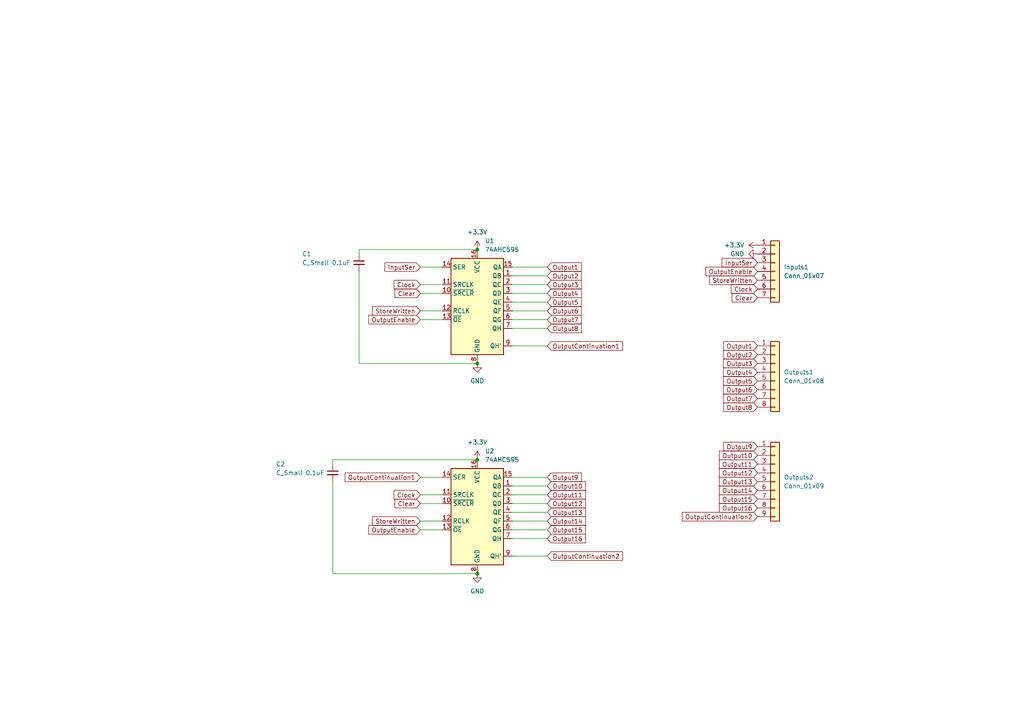
<source format=kicad_sch>
(kicad_sch (version 20230121) (generator eeschema)

  (uuid 33c18695-af67-4dec-a71b-72e9af012bd4)

  (paper "A4")

  (lib_symbols
    (symbol "74xx:74AHC595" (in_bom yes) (on_board yes)
      (property "Reference" "U" (at -7.62 13.97 0)
        (effects (font (size 1.27 1.27)))
      )
      (property "Value" "74AHC595" (at -7.62 -16.51 0)
        (effects (font (size 1.27 1.27)))
      )
      (property "Footprint" "" (at 0 0 0)
        (effects (font (size 1.27 1.27)) hide)
      )
      (property "Datasheet" "https://assets.nexperia.com/documents/data-sheet/74AHC_AHCT595.pdf" (at 0 0 0)
        (effects (font (size 1.27 1.27)) hide)
      )
      (property "ki_keywords" "AHCMOS SR 3State" (at 0 0 0)
        (effects (font (size 1.27 1.27)) hide)
      )
      (property "ki_description" "8-bit serial in/out Shift Register 3-State Outputs" (at 0 0 0)
        (effects (font (size 1.27 1.27)) hide)
      )
      (property "ki_fp_filters" "DIP*W7.62mm* SOIC*3.9x9.9mm*P1.27mm* TSSOP*4.4x5mm*P0.65mm* SOIC*5.3x10.2mm*P1.27mm* SOIC*7.5x10.3mm*P1.27mm*" (at 0 0 0)
        (effects (font (size 1.27 1.27)) hide)
      )
      (symbol "74AHC595_1_0"
        (pin tri_state line (at 10.16 7.62 180) (length 2.54)
          (name "QB" (effects (font (size 1.27 1.27))))
          (number "1" (effects (font (size 1.27 1.27))))
        )
        (pin input line (at -10.16 2.54 0) (length 2.54)
          (name "~{SRCLR}" (effects (font (size 1.27 1.27))))
          (number "10" (effects (font (size 1.27 1.27))))
        )
        (pin input line (at -10.16 5.08 0) (length 2.54)
          (name "SRCLK" (effects (font (size 1.27 1.27))))
          (number "11" (effects (font (size 1.27 1.27))))
        )
        (pin input line (at -10.16 -2.54 0) (length 2.54)
          (name "RCLK" (effects (font (size 1.27 1.27))))
          (number "12" (effects (font (size 1.27 1.27))))
        )
        (pin input line (at -10.16 -5.08 0) (length 2.54)
          (name "~{OE}" (effects (font (size 1.27 1.27))))
          (number "13" (effects (font (size 1.27 1.27))))
        )
        (pin input line (at -10.16 10.16 0) (length 2.54)
          (name "SER" (effects (font (size 1.27 1.27))))
          (number "14" (effects (font (size 1.27 1.27))))
        )
        (pin tri_state line (at 10.16 10.16 180) (length 2.54)
          (name "QA" (effects (font (size 1.27 1.27))))
          (number "15" (effects (font (size 1.27 1.27))))
        )
        (pin power_in line (at 0 15.24 270) (length 2.54)
          (name "VCC" (effects (font (size 1.27 1.27))))
          (number "16" (effects (font (size 1.27 1.27))))
        )
        (pin tri_state line (at 10.16 5.08 180) (length 2.54)
          (name "QC" (effects (font (size 1.27 1.27))))
          (number "2" (effects (font (size 1.27 1.27))))
        )
        (pin tri_state line (at 10.16 2.54 180) (length 2.54)
          (name "QD" (effects (font (size 1.27 1.27))))
          (number "3" (effects (font (size 1.27 1.27))))
        )
        (pin tri_state line (at 10.16 0 180) (length 2.54)
          (name "QE" (effects (font (size 1.27 1.27))))
          (number "4" (effects (font (size 1.27 1.27))))
        )
        (pin tri_state line (at 10.16 -2.54 180) (length 2.54)
          (name "QF" (effects (font (size 1.27 1.27))))
          (number "5" (effects (font (size 1.27 1.27))))
        )
        (pin tri_state line (at 10.16 -5.08 180) (length 2.54)
          (name "QG" (effects (font (size 1.27 1.27))))
          (number "6" (effects (font (size 1.27 1.27))))
        )
        (pin tri_state line (at 10.16 -7.62 180) (length 2.54)
          (name "QH" (effects (font (size 1.27 1.27))))
          (number "7" (effects (font (size 1.27 1.27))))
        )
        (pin power_in line (at 0 -17.78 90) (length 2.54)
          (name "GND" (effects (font (size 1.27 1.27))))
          (number "8" (effects (font (size 1.27 1.27))))
        )
        (pin output line (at 10.16 -12.7 180) (length 2.54)
          (name "QH'" (effects (font (size 1.27 1.27))))
          (number "9" (effects (font (size 1.27 1.27))))
        )
      )
      (symbol "74AHC595_1_1"
        (rectangle (start -7.62 12.7) (end 7.62 -15.24)
          (stroke (width 0.254) (type default))
          (fill (type background))
        )
      )
    )
    (symbol "Connector_Generic:Conn_01x07" (pin_names (offset 1.016) hide) (in_bom yes) (on_board yes)
      (property "Reference" "J" (at 0 10.16 0)
        (effects (font (size 1.27 1.27)))
      )
      (property "Value" "Conn_01x07" (at 0 -10.16 0)
        (effects (font (size 1.27 1.27)))
      )
      (property "Footprint" "" (at 0 0 0)
        (effects (font (size 1.27 1.27)) hide)
      )
      (property "Datasheet" "~" (at 0 0 0)
        (effects (font (size 1.27 1.27)) hide)
      )
      (property "ki_keywords" "connector" (at 0 0 0)
        (effects (font (size 1.27 1.27)) hide)
      )
      (property "ki_description" "Generic connector, single row, 01x07, script generated (kicad-library-utils/schlib/autogen/connector/)" (at 0 0 0)
        (effects (font (size 1.27 1.27)) hide)
      )
      (property "ki_fp_filters" "Connector*:*_1x??_*" (at 0 0 0)
        (effects (font (size 1.27 1.27)) hide)
      )
      (symbol "Conn_01x07_1_1"
        (rectangle (start -1.27 -7.493) (end 0 -7.747)
          (stroke (width 0.1524) (type default))
          (fill (type none))
        )
        (rectangle (start -1.27 -4.953) (end 0 -5.207)
          (stroke (width 0.1524) (type default))
          (fill (type none))
        )
        (rectangle (start -1.27 -2.413) (end 0 -2.667)
          (stroke (width 0.1524) (type default))
          (fill (type none))
        )
        (rectangle (start -1.27 0.127) (end 0 -0.127)
          (stroke (width 0.1524) (type default))
          (fill (type none))
        )
        (rectangle (start -1.27 2.667) (end 0 2.413)
          (stroke (width 0.1524) (type default))
          (fill (type none))
        )
        (rectangle (start -1.27 5.207) (end 0 4.953)
          (stroke (width 0.1524) (type default))
          (fill (type none))
        )
        (rectangle (start -1.27 7.747) (end 0 7.493)
          (stroke (width 0.1524) (type default))
          (fill (type none))
        )
        (rectangle (start -1.27 8.89) (end 1.27 -8.89)
          (stroke (width 0.254) (type default))
          (fill (type background))
        )
        (pin passive line (at -5.08 7.62 0) (length 3.81)
          (name "Pin_1" (effects (font (size 1.27 1.27))))
          (number "1" (effects (font (size 1.27 1.27))))
        )
        (pin passive line (at -5.08 5.08 0) (length 3.81)
          (name "Pin_2" (effects (font (size 1.27 1.27))))
          (number "2" (effects (font (size 1.27 1.27))))
        )
        (pin passive line (at -5.08 2.54 0) (length 3.81)
          (name "Pin_3" (effects (font (size 1.27 1.27))))
          (number "3" (effects (font (size 1.27 1.27))))
        )
        (pin passive line (at -5.08 0 0) (length 3.81)
          (name "Pin_4" (effects (font (size 1.27 1.27))))
          (number "4" (effects (font (size 1.27 1.27))))
        )
        (pin passive line (at -5.08 -2.54 0) (length 3.81)
          (name "Pin_5" (effects (font (size 1.27 1.27))))
          (number "5" (effects (font (size 1.27 1.27))))
        )
        (pin passive line (at -5.08 -5.08 0) (length 3.81)
          (name "Pin_6" (effects (font (size 1.27 1.27))))
          (number "6" (effects (font (size 1.27 1.27))))
        )
        (pin passive line (at -5.08 -7.62 0) (length 3.81)
          (name "Pin_7" (effects (font (size 1.27 1.27))))
          (number "7" (effects (font (size 1.27 1.27))))
        )
      )
    )
    (symbol "Connector_Generic:Conn_01x08" (pin_names (offset 1.016) hide) (in_bom yes) (on_board yes)
      (property "Reference" "J" (at 0 10.16 0)
        (effects (font (size 1.27 1.27)))
      )
      (property "Value" "Conn_01x08" (at 0 -12.7 0)
        (effects (font (size 1.27 1.27)))
      )
      (property "Footprint" "" (at 0 0 0)
        (effects (font (size 1.27 1.27)) hide)
      )
      (property "Datasheet" "~" (at 0 0 0)
        (effects (font (size 1.27 1.27)) hide)
      )
      (property "ki_keywords" "connector" (at 0 0 0)
        (effects (font (size 1.27 1.27)) hide)
      )
      (property "ki_description" "Generic connector, single row, 01x08, script generated (kicad-library-utils/schlib/autogen/connector/)" (at 0 0 0)
        (effects (font (size 1.27 1.27)) hide)
      )
      (property "ki_fp_filters" "Connector*:*_1x??_*" (at 0 0 0)
        (effects (font (size 1.27 1.27)) hide)
      )
      (symbol "Conn_01x08_1_1"
        (rectangle (start -1.27 -10.033) (end 0 -10.287)
          (stroke (width 0.1524) (type default))
          (fill (type none))
        )
        (rectangle (start -1.27 -7.493) (end 0 -7.747)
          (stroke (width 0.1524) (type default))
          (fill (type none))
        )
        (rectangle (start -1.27 -4.953) (end 0 -5.207)
          (stroke (width 0.1524) (type default))
          (fill (type none))
        )
        (rectangle (start -1.27 -2.413) (end 0 -2.667)
          (stroke (width 0.1524) (type default))
          (fill (type none))
        )
        (rectangle (start -1.27 0.127) (end 0 -0.127)
          (stroke (width 0.1524) (type default))
          (fill (type none))
        )
        (rectangle (start -1.27 2.667) (end 0 2.413)
          (stroke (width 0.1524) (type default))
          (fill (type none))
        )
        (rectangle (start -1.27 5.207) (end 0 4.953)
          (stroke (width 0.1524) (type default))
          (fill (type none))
        )
        (rectangle (start -1.27 7.747) (end 0 7.493)
          (stroke (width 0.1524) (type default))
          (fill (type none))
        )
        (rectangle (start -1.27 8.89) (end 1.27 -11.43)
          (stroke (width 0.254) (type default))
          (fill (type background))
        )
        (pin passive line (at -5.08 7.62 0) (length 3.81)
          (name "Pin_1" (effects (font (size 1.27 1.27))))
          (number "1" (effects (font (size 1.27 1.27))))
        )
        (pin passive line (at -5.08 5.08 0) (length 3.81)
          (name "Pin_2" (effects (font (size 1.27 1.27))))
          (number "2" (effects (font (size 1.27 1.27))))
        )
        (pin passive line (at -5.08 2.54 0) (length 3.81)
          (name "Pin_3" (effects (font (size 1.27 1.27))))
          (number "3" (effects (font (size 1.27 1.27))))
        )
        (pin passive line (at -5.08 0 0) (length 3.81)
          (name "Pin_4" (effects (font (size 1.27 1.27))))
          (number "4" (effects (font (size 1.27 1.27))))
        )
        (pin passive line (at -5.08 -2.54 0) (length 3.81)
          (name "Pin_5" (effects (font (size 1.27 1.27))))
          (number "5" (effects (font (size 1.27 1.27))))
        )
        (pin passive line (at -5.08 -5.08 0) (length 3.81)
          (name "Pin_6" (effects (font (size 1.27 1.27))))
          (number "6" (effects (font (size 1.27 1.27))))
        )
        (pin passive line (at -5.08 -7.62 0) (length 3.81)
          (name "Pin_7" (effects (font (size 1.27 1.27))))
          (number "7" (effects (font (size 1.27 1.27))))
        )
        (pin passive line (at -5.08 -10.16 0) (length 3.81)
          (name "Pin_8" (effects (font (size 1.27 1.27))))
          (number "8" (effects (font (size 1.27 1.27))))
        )
      )
    )
    (symbol "Connector_Generic:Conn_01x09" (pin_names (offset 1.016) hide) (in_bom yes) (on_board yes)
      (property "Reference" "J" (at 0 12.7 0)
        (effects (font (size 1.27 1.27)))
      )
      (property "Value" "Conn_01x09" (at 0 -12.7 0)
        (effects (font (size 1.27 1.27)))
      )
      (property "Footprint" "" (at 0 0 0)
        (effects (font (size 1.27 1.27)) hide)
      )
      (property "Datasheet" "~" (at 0 0 0)
        (effects (font (size 1.27 1.27)) hide)
      )
      (property "ki_keywords" "connector" (at 0 0 0)
        (effects (font (size 1.27 1.27)) hide)
      )
      (property "ki_description" "Generic connector, single row, 01x09, script generated (kicad-library-utils/schlib/autogen/connector/)" (at 0 0 0)
        (effects (font (size 1.27 1.27)) hide)
      )
      (property "ki_fp_filters" "Connector*:*_1x??_*" (at 0 0 0)
        (effects (font (size 1.27 1.27)) hide)
      )
      (symbol "Conn_01x09_1_1"
        (rectangle (start -1.27 -10.033) (end 0 -10.287)
          (stroke (width 0.1524) (type default))
          (fill (type none))
        )
        (rectangle (start -1.27 -7.493) (end 0 -7.747)
          (stroke (width 0.1524) (type default))
          (fill (type none))
        )
        (rectangle (start -1.27 -4.953) (end 0 -5.207)
          (stroke (width 0.1524) (type default))
          (fill (type none))
        )
        (rectangle (start -1.27 -2.413) (end 0 -2.667)
          (stroke (width 0.1524) (type default))
          (fill (type none))
        )
        (rectangle (start -1.27 0.127) (end 0 -0.127)
          (stroke (width 0.1524) (type default))
          (fill (type none))
        )
        (rectangle (start -1.27 2.667) (end 0 2.413)
          (stroke (width 0.1524) (type default))
          (fill (type none))
        )
        (rectangle (start -1.27 5.207) (end 0 4.953)
          (stroke (width 0.1524) (type default))
          (fill (type none))
        )
        (rectangle (start -1.27 7.747) (end 0 7.493)
          (stroke (width 0.1524) (type default))
          (fill (type none))
        )
        (rectangle (start -1.27 10.287) (end 0 10.033)
          (stroke (width 0.1524) (type default))
          (fill (type none))
        )
        (rectangle (start -1.27 11.43) (end 1.27 -11.43)
          (stroke (width 0.254) (type default))
          (fill (type background))
        )
        (pin passive line (at -5.08 10.16 0) (length 3.81)
          (name "Pin_1" (effects (font (size 1.27 1.27))))
          (number "1" (effects (font (size 1.27 1.27))))
        )
        (pin passive line (at -5.08 7.62 0) (length 3.81)
          (name "Pin_2" (effects (font (size 1.27 1.27))))
          (number "2" (effects (font (size 1.27 1.27))))
        )
        (pin passive line (at -5.08 5.08 0) (length 3.81)
          (name "Pin_3" (effects (font (size 1.27 1.27))))
          (number "3" (effects (font (size 1.27 1.27))))
        )
        (pin passive line (at -5.08 2.54 0) (length 3.81)
          (name "Pin_4" (effects (font (size 1.27 1.27))))
          (number "4" (effects (font (size 1.27 1.27))))
        )
        (pin passive line (at -5.08 0 0) (length 3.81)
          (name "Pin_5" (effects (font (size 1.27 1.27))))
          (number "5" (effects (font (size 1.27 1.27))))
        )
        (pin passive line (at -5.08 -2.54 0) (length 3.81)
          (name "Pin_6" (effects (font (size 1.27 1.27))))
          (number "6" (effects (font (size 1.27 1.27))))
        )
        (pin passive line (at -5.08 -5.08 0) (length 3.81)
          (name "Pin_7" (effects (font (size 1.27 1.27))))
          (number "7" (effects (font (size 1.27 1.27))))
        )
        (pin passive line (at -5.08 -7.62 0) (length 3.81)
          (name "Pin_8" (effects (font (size 1.27 1.27))))
          (number "8" (effects (font (size 1.27 1.27))))
        )
        (pin passive line (at -5.08 -10.16 0) (length 3.81)
          (name "Pin_9" (effects (font (size 1.27 1.27))))
          (number "9" (effects (font (size 1.27 1.27))))
        )
      )
    )
    (symbol "Device:C_Small" (pin_numbers hide) (pin_names (offset 0.254) hide) (in_bom yes) (on_board yes)
      (property "Reference" "C" (at 0.254 1.778 0)
        (effects (font (size 1.27 1.27)) (justify left))
      )
      (property "Value" "C_Small" (at 0.254 -2.032 0)
        (effects (font (size 1.27 1.27)) (justify left))
      )
      (property "Footprint" "" (at 0 0 0)
        (effects (font (size 1.27 1.27)) hide)
      )
      (property "Datasheet" "~" (at 0 0 0)
        (effects (font (size 1.27 1.27)) hide)
      )
      (property "ki_keywords" "capacitor cap" (at 0 0 0)
        (effects (font (size 1.27 1.27)) hide)
      )
      (property "ki_description" "Unpolarized capacitor, small symbol" (at 0 0 0)
        (effects (font (size 1.27 1.27)) hide)
      )
      (property "ki_fp_filters" "C_*" (at 0 0 0)
        (effects (font (size 1.27 1.27)) hide)
      )
      (symbol "C_Small_0_1"
        (polyline
          (pts
            (xy -1.524 -0.508)
            (xy 1.524 -0.508)
          )
          (stroke (width 0.3302) (type default))
          (fill (type none))
        )
        (polyline
          (pts
            (xy -1.524 0.508)
            (xy 1.524 0.508)
          )
          (stroke (width 0.3048) (type default))
          (fill (type none))
        )
      )
      (symbol "C_Small_1_1"
        (pin passive line (at 0 2.54 270) (length 2.032)
          (name "~" (effects (font (size 1.27 1.27))))
          (number "1" (effects (font (size 1.27 1.27))))
        )
        (pin passive line (at 0 -2.54 90) (length 2.032)
          (name "~" (effects (font (size 1.27 1.27))))
          (number "2" (effects (font (size 1.27 1.27))))
        )
      )
    )
    (symbol "power:+3.3V" (power) (pin_names (offset 0)) (in_bom yes) (on_board yes)
      (property "Reference" "#PWR" (at 0 -3.81 0)
        (effects (font (size 1.27 1.27)) hide)
      )
      (property "Value" "+3.3V" (at 0 3.556 0)
        (effects (font (size 1.27 1.27)))
      )
      (property "Footprint" "" (at 0 0 0)
        (effects (font (size 1.27 1.27)) hide)
      )
      (property "Datasheet" "" (at 0 0 0)
        (effects (font (size 1.27 1.27)) hide)
      )
      (property "ki_keywords" "global power" (at 0 0 0)
        (effects (font (size 1.27 1.27)) hide)
      )
      (property "ki_description" "Power symbol creates a global label with name \"+3.3V\"" (at 0 0 0)
        (effects (font (size 1.27 1.27)) hide)
      )
      (symbol "+3.3V_0_1"
        (polyline
          (pts
            (xy -0.762 1.27)
            (xy 0 2.54)
          )
          (stroke (width 0) (type default))
          (fill (type none))
        )
        (polyline
          (pts
            (xy 0 0)
            (xy 0 2.54)
          )
          (stroke (width 0) (type default))
          (fill (type none))
        )
        (polyline
          (pts
            (xy 0 2.54)
            (xy 0.762 1.27)
          )
          (stroke (width 0) (type default))
          (fill (type none))
        )
      )
      (symbol "+3.3V_1_1"
        (pin power_in line (at 0 0 90) (length 0) hide
          (name "+3.3V" (effects (font (size 1.27 1.27))))
          (number "1" (effects (font (size 1.27 1.27))))
        )
      )
    )
    (symbol "power:GND" (power) (pin_names (offset 0)) (in_bom yes) (on_board yes)
      (property "Reference" "#PWR" (at 0 -6.35 0)
        (effects (font (size 1.27 1.27)) hide)
      )
      (property "Value" "GND" (at 0 -3.81 0)
        (effects (font (size 1.27 1.27)))
      )
      (property "Footprint" "" (at 0 0 0)
        (effects (font (size 1.27 1.27)) hide)
      )
      (property "Datasheet" "" (at 0 0 0)
        (effects (font (size 1.27 1.27)) hide)
      )
      (property "ki_keywords" "global power" (at 0 0 0)
        (effects (font (size 1.27 1.27)) hide)
      )
      (property "ki_description" "Power symbol creates a global label with name \"GND\" , ground" (at 0 0 0)
        (effects (font (size 1.27 1.27)) hide)
      )
      (symbol "GND_0_1"
        (polyline
          (pts
            (xy 0 0)
            (xy 0 -1.27)
            (xy 1.27 -1.27)
            (xy 0 -2.54)
            (xy -1.27 -1.27)
            (xy 0 -1.27)
          )
          (stroke (width 0) (type default))
          (fill (type none))
        )
      )
      (symbol "GND_1_1"
        (pin power_in line (at 0 0 270) (length 0) hide
          (name "GND" (effects (font (size 1.27 1.27))))
          (number "1" (effects (font (size 1.27 1.27))))
        )
      )
    )
  )

  (junction (at 138.43 133.35) (diameter 0) (color 0 0 0 0)
    (uuid 3e5a5480-bab8-47ac-aeaa-34e824fed7e5)
  )
  (junction (at 138.43 105.41) (diameter 0) (color 0 0 0 0)
    (uuid 4720611c-440d-4a06-86c8-32bf160767a6)
  )
  (junction (at 138.43 166.37) (diameter 0) (color 0 0 0 0)
    (uuid 8f04fb0e-b08f-43ed-9aaa-5488fc81bcc4)
  )
  (junction (at 138.43 72.39) (diameter 0) (color 0 0 0 0)
    (uuid dc1f03fc-76ca-42fe-a972-8f72bfa16cc6)
  )

  (wire (pts (xy 158.75 161.29) (xy 148.59 161.29))
    (stroke (width 0) (type default))
    (uuid 02234832-398a-4e65-b557-adccdb793fbb)
  )
  (wire (pts (xy 121.92 90.17) (xy 128.27 90.17))
    (stroke (width 0) (type default))
    (uuid 0562bd5b-b3f7-40a2-bc5e-3b2e96ea2ed4)
  )
  (wire (pts (xy 121.92 153.67) (xy 128.27 153.67))
    (stroke (width 0) (type default))
    (uuid 06bde1ac-994e-40a3-b6b1-8f86d4b2fe85)
  )
  (wire (pts (xy 121.92 151.13) (xy 128.27 151.13))
    (stroke (width 0) (type default))
    (uuid 09fbb684-dd75-40b5-89d6-86043f586e97)
  )
  (wire (pts (xy 148.59 138.43) (xy 158.75 138.43))
    (stroke (width 0) (type default))
    (uuid 1112c8ed-89f3-4551-816f-93bfacb84692)
  )
  (wire (pts (xy 121.92 146.05) (xy 128.27 146.05))
    (stroke (width 0) (type default))
    (uuid 12327503-68a6-447e-be4a-e4a5c2f5b8ec)
  )
  (wire (pts (xy 158.75 80.01) (xy 148.59 80.01))
    (stroke (width 0) (type default))
    (uuid 16eea147-42f5-49b6-9173-925ce4585345)
  )
  (wire (pts (xy 158.75 92.71) (xy 148.59 92.71))
    (stroke (width 0) (type default))
    (uuid 1b25a5a6-40d3-4467-b87d-996c1a4563b8)
  )
  (wire (pts (xy 121.92 85.09) (xy 128.27 85.09))
    (stroke (width 0) (type default))
    (uuid 2081cab4-2417-45e3-a855-2f5c4e98ec33)
  )
  (wire (pts (xy 158.75 143.51) (xy 148.59 143.51))
    (stroke (width 0) (type default))
    (uuid 2174ac41-1629-4e8f-a412-b32ea3ff111d)
  )
  (wire (pts (xy 158.75 151.13) (xy 148.59 151.13))
    (stroke (width 0) (type default))
    (uuid 343bd877-cbdf-4284-9944-239c3df4d163)
  )
  (wire (pts (xy 158.75 156.21) (xy 148.59 156.21))
    (stroke (width 0) (type default))
    (uuid 3abc2bf2-7096-4cc1-a955-0a68137c77da)
  )
  (wire (pts (xy 121.92 143.51) (xy 128.27 143.51))
    (stroke (width 0) (type default))
    (uuid 503e7f0e-70ec-4ca6-a2ff-fa8f912daef5)
  )
  (wire (pts (xy 158.75 148.59) (xy 148.59 148.59))
    (stroke (width 0) (type default))
    (uuid 57f9f1ce-856a-412b-9e22-dd0782a6b91b)
  )
  (wire (pts (xy 121.92 77.47) (xy 128.27 77.47))
    (stroke (width 0) (type default))
    (uuid 63bb1604-1056-49d2-9a9d-fd82bd024f2a)
  )
  (wire (pts (xy 121.92 92.71) (xy 128.27 92.71))
    (stroke (width 0) (type default))
    (uuid 65b05fe7-69ee-4c5f-a9ae-8b5cd6936ad7)
  )
  (wire (pts (xy 158.75 85.09) (xy 148.59 85.09))
    (stroke (width 0) (type default))
    (uuid 6837ef04-a166-477b-8745-7cdfed067949)
  )
  (wire (pts (xy 104.14 105.41) (xy 138.43 105.41))
    (stroke (width 0) (type default))
    (uuid 6d548c36-7183-42dd-ac01-089ebed30709)
  )
  (wire (pts (xy 158.75 87.63) (xy 148.59 87.63))
    (stroke (width 0) (type default))
    (uuid 76232d33-4e2b-41e7-a1aa-86ab107514cf)
  )
  (wire (pts (xy 158.75 95.25) (xy 148.59 95.25))
    (stroke (width 0) (type default))
    (uuid 7d024f3d-6598-46af-b730-32910f687a87)
  )
  (wire (pts (xy 104.14 72.39) (xy 138.43 72.39))
    (stroke (width 0) (type default))
    (uuid 8814a347-6fea-4b25-ba49-52c9ac35af1d)
  )
  (wire (pts (xy 96.52 133.35) (xy 138.43 133.35))
    (stroke (width 0) (type default))
    (uuid 9391e3cd-6ead-4d5b-868d-cbcf42c8f72d)
  )
  (wire (pts (xy 121.92 82.55) (xy 128.27 82.55))
    (stroke (width 0) (type default))
    (uuid 9a50bbed-e2a6-4d14-8bd7-6f22b7678235)
  )
  (wire (pts (xy 158.75 90.17) (xy 148.59 90.17))
    (stroke (width 0) (type default))
    (uuid a1e5a24a-8b36-441b-89ce-31ad92504800)
  )
  (wire (pts (xy 158.75 146.05) (xy 148.59 146.05))
    (stroke (width 0) (type default))
    (uuid a8f10d03-efaa-4489-a9d1-76d529099004)
  )
  (wire (pts (xy 158.75 140.97) (xy 148.59 140.97))
    (stroke (width 0) (type default))
    (uuid cefd46a1-9968-4f5e-8f38-5ef5d1af4106)
  )
  (wire (pts (xy 158.75 100.33) (xy 148.59 100.33))
    (stroke (width 0) (type default))
    (uuid d41016ed-9312-4b65-ae4c-5626f232a5f0)
  )
  (wire (pts (xy 148.59 77.47) (xy 158.75 77.47))
    (stroke (width 0) (type default))
    (uuid d4724585-abe3-45e4-9a49-a8be428efb39)
  )
  (wire (pts (xy 158.75 153.67) (xy 148.59 153.67))
    (stroke (width 0) (type default))
    (uuid d76c21cc-bd84-4995-846c-243fcc224cff)
  )
  (wire (pts (xy 96.52 133.35) (xy 96.52 134.62))
    (stroke (width 0) (type default))
    (uuid d9b78a0c-13fb-4fce-9462-8e26c0057972)
  )
  (wire (pts (xy 96.52 166.37) (xy 138.43 166.37))
    (stroke (width 0) (type default))
    (uuid dba1c7ea-38ec-4375-a848-f65a3e44e108)
  )
  (wire (pts (xy 96.52 139.7) (xy 96.52 166.37))
    (stroke (width 0) (type default))
    (uuid e3df50c5-c68f-470b-9d85-08cdff286f1f)
  )
  (wire (pts (xy 104.14 78.74) (xy 104.14 105.41))
    (stroke (width 0) (type default))
    (uuid f03d28da-faff-47dc-926b-581f91ac1030)
  )
  (wire (pts (xy 104.14 73.66) (xy 104.14 72.39))
    (stroke (width 0) (type default))
    (uuid f65a64c6-519e-410f-a590-d36e852e4c73)
  )
  (wire (pts (xy 121.92 138.43) (xy 128.27 138.43))
    (stroke (width 0) (type default))
    (uuid f8b29155-d008-4067-b3e2-bde87b018692)
  )
  (wire (pts (xy 158.75 82.55) (xy 148.59 82.55))
    (stroke (width 0) (type default))
    (uuid f9b525cd-e313-4027-ad24-45b12b779494)
  )

  (global_label "Output6" (shape input) (at 158.75 90.17 0) (fields_autoplaced)
    (effects (font (size 1.27 1.27)) (justify left))
    (uuid 0ac3047b-4966-4aa0-817f-cccfbb055f23)
    (property "Intersheetrefs" "${INTERSHEET_REFS}" (at 169.1736 90.17 0)
      (effects (font (size 1.27 1.27)) (justify left) hide)
    )
  )
  (global_label "Output3" (shape input) (at 219.71 105.41 180) (fields_autoplaced)
    (effects (font (size 1.27 1.27)) (justify right))
    (uuid 0c9fb5c4-6895-4704-8550-d16ebc2be173)
    (property "Intersheetrefs" "${INTERSHEET_REFS}" (at 209.2864 105.41 0)
      (effects (font (size 1.27 1.27)) (justify right) hide)
    )
  )
  (global_label "OutputContinuation2" (shape input) (at 158.75 161.29 0) (fields_autoplaced)
    (effects (font (size 1.27 1.27)) (justify left))
    (uuid 1140da95-b254-495b-850d-69ba3bdaa710)
    (property "Intersheetrefs" "${INTERSHEET_REFS}" (at 181.1476 161.29 0)
      (effects (font (size 1.27 1.27)) (justify left) hide)
    )
  )
  (global_label "Output7" (shape input) (at 158.75 92.71 0) (fields_autoplaced)
    (effects (font (size 1.27 1.27)) (justify left))
    (uuid 21834b89-8204-4eae-aee7-f64488040383)
    (property "Intersheetrefs" "${INTERSHEET_REFS}" (at 169.1736 92.71 0)
      (effects (font (size 1.27 1.27)) (justify left) hide)
    )
  )
  (global_label "Output15" (shape input) (at 158.75 153.67 0) (fields_autoplaced)
    (effects (font (size 1.27 1.27)) (justify left))
    (uuid 272be78e-150f-4215-93c9-a0412277e0e2)
    (property "Intersheetrefs" "${INTERSHEET_REFS}" (at 170.3831 153.67 0)
      (effects (font (size 1.27 1.27)) (justify left) hide)
    )
  )
  (global_label "Output4" (shape input) (at 219.71 107.95 180) (fields_autoplaced)
    (effects (font (size 1.27 1.27)) (justify right))
    (uuid 294c01b7-117a-46ac-ac49-4c33f3c55aa8)
    (property "Intersheetrefs" "${INTERSHEET_REFS}" (at 209.2864 107.95 0)
      (effects (font (size 1.27 1.27)) (justify right) hide)
    )
  )
  (global_label "Output10" (shape input) (at 219.71 132.08 180) (fields_autoplaced)
    (effects (font (size 1.27 1.27)) (justify right))
    (uuid 367c8950-eb00-4ddd-8534-2e9492233f87)
    (property "Intersheetrefs" "${INTERSHEET_REFS}" (at 208.0769 132.08 0)
      (effects (font (size 1.27 1.27)) (justify right) hide)
    )
  )
  (global_label "Output2" (shape input) (at 158.75 80.01 0) (fields_autoplaced)
    (effects (font (size 1.27 1.27)) (justify left))
    (uuid 37907db2-2a46-440b-b32e-060efe790fca)
    (property "Intersheetrefs" "${INTERSHEET_REFS}" (at 169.1736 80.01 0)
      (effects (font (size 1.27 1.27)) (justify left) hide)
    )
  )
  (global_label "Output2" (shape input) (at 219.71 102.87 180) (fields_autoplaced)
    (effects (font (size 1.27 1.27)) (justify right))
    (uuid 3d128dc7-b25a-436e-8f5e-83fae79228ac)
    (property "Intersheetrefs" "${INTERSHEET_REFS}" (at 209.2864 102.87 0)
      (effects (font (size 1.27 1.27)) (justify right) hide)
    )
  )
  (global_label "OutputContinuation1" (shape input) (at 158.75 100.33 0) (fields_autoplaced)
    (effects (font (size 1.27 1.27)) (justify left))
    (uuid 44fb5bfb-e87f-4959-ae92-c2802f99e77b)
    (property "Intersheetrefs" "${INTERSHEET_REFS}" (at 181.1476 100.33 0)
      (effects (font (size 1.27 1.27)) (justify left) hide)
    )
  )
  (global_label "Output3" (shape input) (at 158.75 82.55 0) (fields_autoplaced)
    (effects (font (size 1.27 1.27)) (justify left))
    (uuid 48551a8e-3ca0-4224-8c2c-338355dfd3b0)
    (property "Intersheetrefs" "${INTERSHEET_REFS}" (at 169.1736 82.55 0)
      (effects (font (size 1.27 1.27)) (justify left) hide)
    )
  )
  (global_label "OutputContinuation2" (shape input) (at 219.71 149.86 180) (fields_autoplaced)
    (effects (font (size 1.27 1.27)) (justify right))
    (uuid 4bcd1607-ee29-4f97-b8de-1c806d47dee5)
    (property "Intersheetrefs" "${INTERSHEET_REFS}" (at 197.3124 149.86 0)
      (effects (font (size 1.27 1.27)) (justify right) hide)
    )
  )
  (global_label "InputSer" (shape input) (at 121.92 77.47 180) (fields_autoplaced)
    (effects (font (size 1.27 1.27)) (justify right))
    (uuid 4ea2092b-4ee2-4af3-8afa-a333aca3f83b)
    (property "Intersheetrefs" "${INTERSHEET_REFS}" (at 111.073 77.47 0)
      (effects (font (size 1.27 1.27)) (justify right) hide)
    )
  )
  (global_label "Output11" (shape input) (at 158.75 143.51 0) (fields_autoplaced)
    (effects (font (size 1.27 1.27)) (justify left))
    (uuid 568d6c47-8f68-4961-a64f-8eadc3014e0b)
    (property "Intersheetrefs" "${INTERSHEET_REFS}" (at 170.3831 143.51 0)
      (effects (font (size 1.27 1.27)) (justify left) hide)
    )
  )
  (global_label "Output16" (shape input) (at 219.71 147.32 180) (fields_autoplaced)
    (effects (font (size 1.27 1.27)) (justify right))
    (uuid 5a63570f-5562-4820-b37d-48f7bc949097)
    (property "Intersheetrefs" "${INTERSHEET_REFS}" (at 208.0769 147.32 0)
      (effects (font (size 1.27 1.27)) (justify right) hide)
    )
  )
  (global_label "Clock" (shape input) (at 121.92 143.51 180) (fields_autoplaced)
    (effects (font (size 1.27 1.27)) (justify right))
    (uuid 5b31f03d-bab6-4a93-9b7b-03d84e4a0aad)
    (property "Intersheetrefs" "${INTERSHEET_REFS}" (at 113.7339 143.51 0)
      (effects (font (size 1.27 1.27)) (justify right) hide)
    )
  )
  (global_label "Output9" (shape input) (at 158.75 138.43 0) (fields_autoplaced)
    (effects (font (size 1.27 1.27)) (justify left))
    (uuid 6c166018-26cd-4e42-9e5c-0ec7863c0fa4)
    (property "Intersheetrefs" "${INTERSHEET_REFS}" (at 169.1736 138.43 0)
      (effects (font (size 1.27 1.27)) (justify left) hide)
    )
  )
  (global_label "StoreWritten" (shape input) (at 121.92 90.17 180) (fields_autoplaced)
    (effects (font (size 1.27 1.27)) (justify right))
    (uuid 6e441ef8-954b-4206-9c8b-5ea922f7d092)
    (property "Intersheetrefs" "${INTERSHEET_REFS}" (at 107.4444 90.17 0)
      (effects (font (size 1.27 1.27)) (justify right) hide)
    )
  )
  (global_label "Output1" (shape input) (at 158.75 77.47 0) (fields_autoplaced)
    (effects (font (size 1.27 1.27)) (justify left))
    (uuid 6f6c04d9-1f25-4450-be0a-d552e18fd767)
    (property "Intersheetrefs" "${INTERSHEET_REFS}" (at 169.1736 77.47 0)
      (effects (font (size 1.27 1.27)) (justify left) hide)
    )
  )
  (global_label "Output6" (shape input) (at 219.71 113.03 180) (fields_autoplaced)
    (effects (font (size 1.27 1.27)) (justify right))
    (uuid 742192db-7547-4f3d-81be-957078cac463)
    (property "Intersheetrefs" "${INTERSHEET_REFS}" (at 209.2864 113.03 0)
      (effects (font (size 1.27 1.27)) (justify right) hide)
    )
  )
  (global_label "Output14" (shape input) (at 219.71 142.24 180) (fields_autoplaced)
    (effects (font (size 1.27 1.27)) (justify right))
    (uuid 7a9d6352-3a21-4024-931b-12b1ad2d42ca)
    (property "Intersheetrefs" "${INTERSHEET_REFS}" (at 208.0769 142.24 0)
      (effects (font (size 1.27 1.27)) (justify right) hide)
    )
  )
  (global_label "Output13" (shape input) (at 158.75 148.59 0) (fields_autoplaced)
    (effects (font (size 1.27 1.27)) (justify left))
    (uuid 7ac82809-2c40-4f91-ba4a-969e335e9df5)
    (property "Intersheetrefs" "${INTERSHEET_REFS}" (at 170.3831 148.59 0)
      (effects (font (size 1.27 1.27)) (justify left) hide)
    )
  )
  (global_label "OutputEnable" (shape input) (at 121.92 153.67 180) (fields_autoplaced)
    (effects (font (size 1.27 1.27)) (justify right))
    (uuid 7bf6295b-948c-4c0f-a8bf-dd1022c423d4)
    (property "Intersheetrefs" "${INTERSHEET_REFS}" (at 106.3561 153.67 0)
      (effects (font (size 1.27 1.27)) (justify right) hide)
    )
  )
  (global_label "Output8" (shape input) (at 158.75 95.25 0) (fields_autoplaced)
    (effects (font (size 1.27 1.27)) (justify left))
    (uuid 7e377b72-6bb8-41fd-bc4c-75017c83de92)
    (property "Intersheetrefs" "${INTERSHEET_REFS}" (at 169.1736 95.25 0)
      (effects (font (size 1.27 1.27)) (justify left) hide)
    )
  )
  (global_label "Output8" (shape input) (at 219.71 118.11 180) (fields_autoplaced)
    (effects (font (size 1.27 1.27)) (justify right))
    (uuid 84a1256d-2396-4bfd-a726-6c7954952836)
    (property "Intersheetrefs" "${INTERSHEET_REFS}" (at 209.2864 118.11 0)
      (effects (font (size 1.27 1.27)) (justify right) hide)
    )
  )
  (global_label "Output14" (shape input) (at 158.75 151.13 0) (fields_autoplaced)
    (effects (font (size 1.27 1.27)) (justify left))
    (uuid 8809f84f-a3a1-4735-8d36-8f4f7577e37f)
    (property "Intersheetrefs" "${INTERSHEET_REFS}" (at 170.3831 151.13 0)
      (effects (font (size 1.27 1.27)) (justify left) hide)
    )
  )
  (global_label "Output15" (shape input) (at 219.71 144.78 180) (fields_autoplaced)
    (effects (font (size 1.27 1.27)) (justify right))
    (uuid 88a8190e-da7d-4cab-ad90-4667e36b9f58)
    (property "Intersheetrefs" "${INTERSHEET_REFS}" (at 208.0769 144.78 0)
      (effects (font (size 1.27 1.27)) (justify right) hide)
    )
  )
  (global_label "Clock" (shape input) (at 219.71 83.82 180) (fields_autoplaced)
    (effects (font (size 1.27 1.27)) (justify right))
    (uuid 9999dc38-1dc1-4e42-869d-9c97d66751aa)
    (property "Intersheetrefs" "${INTERSHEET_REFS}" (at 211.5239 83.82 0)
      (effects (font (size 1.27 1.27)) (justify right) hide)
    )
  )
  (global_label "OutputContinuation1" (shape input) (at 121.92 138.43 180) (fields_autoplaced)
    (effects (font (size 1.27 1.27)) (justify right))
    (uuid 9f712e7f-efec-41e6-99fe-b5757d9ae605)
    (property "Intersheetrefs" "${INTERSHEET_REFS}" (at 99.5224 138.43 0)
      (effects (font (size 1.27 1.27)) (justify right) hide)
    )
  )
  (global_label "Clear" (shape input) (at 121.92 146.05 180) (fields_autoplaced)
    (effects (font (size 1.27 1.27)) (justify right))
    (uuid a83e753b-1e19-4dbc-9cc4-802098bc5e4d)
    (property "Intersheetrefs" "${INTERSHEET_REFS}" (at 113.9758 146.05 0)
      (effects (font (size 1.27 1.27)) (justify right) hide)
    )
  )
  (global_label "Output11" (shape input) (at 219.71 134.62 180) (fields_autoplaced)
    (effects (font (size 1.27 1.27)) (justify right))
    (uuid ad220ccb-41a0-4375-914f-6a8093c10085)
    (property "Intersheetrefs" "${INTERSHEET_REFS}" (at 208.0769 134.62 0)
      (effects (font (size 1.27 1.27)) (justify right) hide)
    )
  )
  (global_label "Output13" (shape input) (at 219.71 139.7 180) (fields_autoplaced)
    (effects (font (size 1.27 1.27)) (justify right))
    (uuid ae2ea762-a2f0-4b02-ac7f-93f6de0894af)
    (property "Intersheetrefs" "${INTERSHEET_REFS}" (at 208.0769 139.7 0)
      (effects (font (size 1.27 1.27)) (justify right) hide)
    )
  )
  (global_label "StoreWritten" (shape input) (at 219.71 81.28 180) (fields_autoplaced)
    (effects (font (size 1.27 1.27)) (justify right))
    (uuid b912b1df-6c49-402c-8d7f-7759663fb476)
    (property "Intersheetrefs" "${INTERSHEET_REFS}" (at 205.2344 81.28 0)
      (effects (font (size 1.27 1.27)) (justify right) hide)
    )
  )
  (global_label "Output1" (shape input) (at 219.71 100.33 180) (fields_autoplaced)
    (effects (font (size 1.27 1.27)) (justify right))
    (uuid b9e92767-beb3-4f61-af35-bc9a8abe87fc)
    (property "Intersheetrefs" "${INTERSHEET_REFS}" (at 209.2864 100.33 0)
      (effects (font (size 1.27 1.27)) (justify right) hide)
    )
  )
  (global_label "Output12" (shape input) (at 158.75 146.05 0) (fields_autoplaced)
    (effects (font (size 1.27 1.27)) (justify left))
    (uuid ba019f8f-d130-4aed-b914-e88469d47152)
    (property "Intersheetrefs" "${INTERSHEET_REFS}" (at 170.3831 146.05 0)
      (effects (font (size 1.27 1.27)) (justify left) hide)
    )
  )
  (global_label "Output7" (shape input) (at 219.71 115.57 180) (fields_autoplaced)
    (effects (font (size 1.27 1.27)) (justify right))
    (uuid bd0c160f-50fc-4d8d-b995-92cd9234610c)
    (property "Intersheetrefs" "${INTERSHEET_REFS}" (at 209.2864 115.57 0)
      (effects (font (size 1.27 1.27)) (justify right) hide)
    )
  )
  (global_label "Output5" (shape input) (at 158.75 87.63 0) (fields_autoplaced)
    (effects (font (size 1.27 1.27)) (justify left))
    (uuid c20109d2-1d56-40af-b3ba-d5fa42a861d9)
    (property "Intersheetrefs" "${INTERSHEET_REFS}" (at 169.1736 87.63 0)
      (effects (font (size 1.27 1.27)) (justify left) hide)
    )
  )
  (global_label "Output10" (shape input) (at 158.75 140.97 0) (fields_autoplaced)
    (effects (font (size 1.27 1.27)) (justify left))
    (uuid ced4f004-2ee9-4fdd-a04a-02c9d4153fd1)
    (property "Intersheetrefs" "${INTERSHEET_REFS}" (at 170.3831 140.97 0)
      (effects (font (size 1.27 1.27)) (justify left) hide)
    )
  )
  (global_label "InputSer" (shape input) (at 219.71 76.2 180) (fields_autoplaced)
    (effects (font (size 1.27 1.27)) (justify right))
    (uuid cf888cb5-428a-4027-a005-06deae7b2b35)
    (property "Intersheetrefs" "${INTERSHEET_REFS}" (at 208.863 76.2 0)
      (effects (font (size 1.27 1.27)) (justify right) hide)
    )
  )
  (global_label "OutputEnable" (shape input) (at 219.71 78.74 180) (fields_autoplaced)
    (effects (font (size 1.27 1.27)) (justify right))
    (uuid d27d946a-e98d-4206-b288-7137bbc7ab60)
    (property "Intersheetrefs" "${INTERSHEET_REFS}" (at 204.1461 78.74 0)
      (effects (font (size 1.27 1.27)) (justify right) hide)
    )
  )
  (global_label "OutputEnable" (shape input) (at 121.92 92.71 180) (fields_autoplaced)
    (effects (font (size 1.27 1.27)) (justify right))
    (uuid dfd73ce8-3c36-48b5-8cb8-3c1adbf0d8cf)
    (property "Intersheetrefs" "${INTERSHEET_REFS}" (at 106.3561 92.71 0)
      (effects (font (size 1.27 1.27)) (justify right) hide)
    )
  )
  (global_label "Clear" (shape input) (at 121.92 85.09 180) (fields_autoplaced)
    (effects (font (size 1.27 1.27)) (justify right))
    (uuid e96880b8-2050-4f3e-8457-e3dda168fb1c)
    (property "Intersheetrefs" "${INTERSHEET_REFS}" (at 113.9758 85.09 0)
      (effects (font (size 1.27 1.27)) (justify right) hide)
    )
  )
  (global_label "Output4" (shape input) (at 158.75 85.09 0) (fields_autoplaced)
    (effects (font (size 1.27 1.27)) (justify left))
    (uuid ee0bb43e-8811-4477-9be1-99a1dfba02af)
    (property "Intersheetrefs" "${INTERSHEET_REFS}" (at 169.1736 85.09 0)
      (effects (font (size 1.27 1.27)) (justify left) hide)
    )
  )
  (global_label "StoreWritten" (shape input) (at 121.92 151.13 180) (fields_autoplaced)
    (effects (font (size 1.27 1.27)) (justify right))
    (uuid ee4d1c3c-cc20-46ef-ae4f-ed5fa5170350)
    (property "Intersheetrefs" "${INTERSHEET_REFS}" (at 107.4444 151.13 0)
      (effects (font (size 1.27 1.27)) (justify right) hide)
    )
  )
  (global_label "Output16" (shape input) (at 158.75 156.21 0) (fields_autoplaced)
    (effects (font (size 1.27 1.27)) (justify left))
    (uuid eff7ddce-4a55-4d4c-a910-a91cfc9e2b93)
    (property "Intersheetrefs" "${INTERSHEET_REFS}" (at 170.3831 156.21 0)
      (effects (font (size 1.27 1.27)) (justify left) hide)
    )
  )
  (global_label "Output12" (shape input) (at 219.71 137.16 180) (fields_autoplaced)
    (effects (font (size 1.27 1.27)) (justify right))
    (uuid f17c40c9-ce84-4b61-b12f-629c5c2417f6)
    (property "Intersheetrefs" "${INTERSHEET_REFS}" (at 208.0769 137.16 0)
      (effects (font (size 1.27 1.27)) (justify right) hide)
    )
  )
  (global_label "Output5" (shape input) (at 219.71 110.49 180) (fields_autoplaced)
    (effects (font (size 1.27 1.27)) (justify right))
    (uuid f34b4931-0c89-41f9-be3c-ce53ffe17b7e)
    (property "Intersheetrefs" "${INTERSHEET_REFS}" (at 209.2864 110.49 0)
      (effects (font (size 1.27 1.27)) (justify right) hide)
    )
  )
  (global_label "Clock" (shape input) (at 121.92 82.55 180) (fields_autoplaced)
    (effects (font (size 1.27 1.27)) (justify right))
    (uuid f6cbe68d-ca6f-4ee7-8e06-979c6bcdfecd)
    (property "Intersheetrefs" "${INTERSHEET_REFS}" (at 113.7339 82.55 0)
      (effects (font (size 1.27 1.27)) (justify right) hide)
    )
  )
  (global_label "Clear" (shape input) (at 219.71 86.36 180) (fields_autoplaced)
    (effects (font (size 1.27 1.27)) (justify right))
    (uuid f9195c4c-2eae-4396-b8b7-a6e7dff167c9)
    (property "Intersheetrefs" "${INTERSHEET_REFS}" (at 211.7658 86.36 0)
      (effects (font (size 1.27 1.27)) (justify right) hide)
    )
  )
  (global_label "Output9" (shape input) (at 219.71 129.54 180) (fields_autoplaced)
    (effects (font (size 1.27 1.27)) (justify right))
    (uuid fe074e1b-2826-4498-a6d9-8732c0bb99d8)
    (property "Intersheetrefs" "${INTERSHEET_REFS}" (at 209.2864 129.54 0)
      (effects (font (size 1.27 1.27)) (justify right) hide)
    )
  )

  (symbol (lib_id "power:+3.3V") (at 138.43 133.35 0) (unit 1)
    (in_bom yes) (on_board yes) (dnp no) (fields_autoplaced)
    (uuid 15b5ec6a-4113-4880-9212-aba70568992d)
    (property "Reference" "#PWR03" (at 138.43 137.16 0)
      (effects (font (size 1.27 1.27)) hide)
    )
    (property "Value" "+3.3V" (at 138.43 128.27 0)
      (effects (font (size 1.27 1.27)))
    )
    (property "Footprint" "" (at 138.43 133.35 0)
      (effects (font (size 1.27 1.27)) hide)
    )
    (property "Datasheet" "" (at 138.43 133.35 0)
      (effects (font (size 1.27 1.27)) hide)
    )
    (pin "1" (uuid aa37f544-9e6e-4d43-a04c-0a26f36e0d47))
    (instances
      (project "MultiBitShift"
        (path "/33c18695-af67-4dec-a71b-72e9af012bd4"
          (reference "#PWR03") (unit 1)
        )
      )
    )
  )

  (symbol (lib_id "Connector_Generic:Conn_01x09") (at 224.79 139.7 0) (unit 1)
    (in_bom yes) (on_board yes) (dnp no) (fields_autoplaced)
    (uuid 2a5c449a-479d-488b-8758-8c8bc5ad33f4)
    (property "Reference" "Outputs2" (at 227.33 138.43 0)
      (effects (font (size 1.27 1.27)) (justify left))
    )
    (property "Value" "Conn_01x09" (at 227.33 140.97 0)
      (effects (font (size 1.27 1.27)) (justify left))
    )
    (property "Footprint" "Connector_PinHeader_2.54mm:PinHeader_1x09_P2.54mm_Vertical" (at 224.79 139.7 0)
      (effects (font (size 1.27 1.27)) hide)
    )
    (property "Datasheet" "~" (at 224.79 139.7 0)
      (effects (font (size 1.27 1.27)) hide)
    )
    (pin "3" (uuid 4c1027ec-6c9d-4b6f-b5b1-8a0e8e9c228f))
    (pin "5" (uuid afb4d644-584e-40d5-96c5-ba47100340b2))
    (pin "2" (uuid be997e87-8e6c-419d-a4d2-fe56d9bc3a82))
    (pin "4" (uuid 3c4c48a3-ce21-4fda-b2bc-dd6d667a432d))
    (pin "8" (uuid 7b8f9dd9-e2eb-4c3d-a268-ef9c16169810))
    (pin "9" (uuid 6aa1f62f-a3a8-4902-8948-ac706417b30c))
    (pin "6" (uuid 11a9bf4c-cfc8-4b70-ace2-6f5d5da6f590))
    (pin "1" (uuid 44b46c21-1e33-40fc-b454-bd887c5cf01b))
    (pin "7" (uuid edd6a853-bd28-46d2-9947-518e52ef22e0))
    (instances
      (project "MultiBitShift"
        (path "/33c18695-af67-4dec-a71b-72e9af012bd4"
          (reference "Outputs2") (unit 1)
        )
      )
    )
  )

  (symbol (lib_id "power:GND") (at 219.71 73.66 270) (unit 1)
    (in_bom yes) (on_board yes) (dnp no) (fields_autoplaced)
    (uuid 51971cb2-9f52-4e61-9fc0-ee1a85a25296)
    (property "Reference" "#PWR04" (at 213.36 73.66 0)
      (effects (font (size 1.27 1.27)) hide)
    )
    (property "Value" "GND" (at 215.9 73.66 90)
      (effects (font (size 1.27 1.27)) (justify right))
    )
    (property "Footprint" "" (at 219.71 73.66 0)
      (effects (font (size 1.27 1.27)) hide)
    )
    (property "Datasheet" "" (at 219.71 73.66 0)
      (effects (font (size 1.27 1.27)) hide)
    )
    (pin "1" (uuid 91602a56-885a-48ce-bd43-d3f6cb0cfb6b))
    (instances
      (project "MultiBitShift"
        (path "/33c18695-af67-4dec-a71b-72e9af012bd4"
          (reference "#PWR04") (unit 1)
        )
      )
    )
  )

  (symbol (lib_id "Connector_Generic:Conn_01x08") (at 224.79 107.95 0) (unit 1)
    (in_bom yes) (on_board yes) (dnp no) (fields_autoplaced)
    (uuid 53e41816-2736-4971-a77f-b41dc19039f6)
    (property "Reference" "Outputs1" (at 227.33 107.95 0)
      (effects (font (size 1.27 1.27)) (justify left))
    )
    (property "Value" "Conn_01x08" (at 227.33 110.49 0)
      (effects (font (size 1.27 1.27)) (justify left))
    )
    (property "Footprint" "Connector_PinHeader_2.54mm:PinHeader_1x08_P2.54mm_Vertical" (at 224.79 107.95 0)
      (effects (font (size 1.27 1.27)) hide)
    )
    (property "Datasheet" "~" (at 224.79 107.95 0)
      (effects (font (size 1.27 1.27)) hide)
    )
    (pin "3" (uuid a4df7c90-3996-4d87-b236-5d6df76138c5))
    (pin "5" (uuid bdb978e0-0a5e-4ebc-97b4-a3089248e540))
    (pin "2" (uuid 4d788daa-5be2-47d1-93cb-b9ebe25c54f3))
    (pin "4" (uuid 8d9b569d-d1c2-4162-ae99-68bcf97347b8))
    (pin "8" (uuid 4a2cff93-73a5-4afe-9f60-4e78d31c2f0c))
    (pin "6" (uuid d88993c9-bbbc-4440-bba3-a793a1489b3a))
    (pin "1" (uuid 68efbf7b-13aa-481f-bb62-68321b8d4e80))
    (pin "7" (uuid fe164500-a7ea-48d1-8095-80c96ed64e1b))
    (instances
      (project "MultiBitShift"
        (path "/33c18695-af67-4dec-a71b-72e9af012bd4"
          (reference "Outputs1") (unit 1)
        )
      )
    )
  )

  (symbol (lib_id "power:GND") (at 138.43 105.41 0) (unit 1)
    (in_bom yes) (on_board yes) (dnp no) (fields_autoplaced)
    (uuid a943d201-996c-4538-8001-99788e89d1d4)
    (property "Reference" "#PWR05" (at 138.43 111.76 0)
      (effects (font (size 1.27 1.27)) hide)
    )
    (property "Value" "GND" (at 138.43 110.49 0)
      (effects (font (size 1.27 1.27)))
    )
    (property "Footprint" "" (at 138.43 105.41 0)
      (effects (font (size 1.27 1.27)) hide)
    )
    (property "Datasheet" "" (at 138.43 105.41 0)
      (effects (font (size 1.27 1.27)) hide)
    )
    (pin "1" (uuid e646e689-5095-4260-bfd1-5e9cea058548))
    (instances
      (project "MultiBitShift"
        (path "/33c18695-af67-4dec-a71b-72e9af012bd4"
          (reference "#PWR05") (unit 1)
        )
      )
    )
  )

  (symbol (lib_id "Device:C_Small") (at 104.14 76.2 0) (unit 1)
    (in_bom yes) (on_board yes) (dnp no)
    (uuid af0f4615-4fc2-4887-925c-97912fd66910)
    (property "Reference" "C1" (at 87.63 73.66 0)
      (effects (font (size 1.27 1.27)) (justify left))
    )
    (property "Value" "C_Small 0.1uF" (at 87.63 76.2 0)
      (effects (font (size 1.27 1.27)) (justify left))
    )
    (property "Footprint" "Capacitor_THT:C_Disc_D4.3mm_W1.9mm_P5.00mm" (at 104.14 76.2 0)
      (effects (font (size 1.27 1.27)) hide)
    )
    (property "Datasheet" "~" (at 104.14 76.2 0)
      (effects (font (size 1.27 1.27)) hide)
    )
    (pin "2" (uuid ce8c0681-1a0a-460d-a638-488a74dc88ae))
    (pin "1" (uuid 414d298d-8397-4c8d-85df-c836e1f453d2))
    (instances
      (project "MultiBitShift"
        (path "/33c18695-af67-4dec-a71b-72e9af012bd4"
          (reference "C1") (unit 1)
        )
      )
    )
  )

  (symbol (lib_id "power:GND") (at 138.43 166.37 0) (unit 1)
    (in_bom yes) (on_board yes) (dnp no) (fields_autoplaced)
    (uuid b280df3e-f228-47a8-b0ea-d92421ef3155)
    (property "Reference" "#PWR06" (at 138.43 172.72 0)
      (effects (font (size 1.27 1.27)) hide)
    )
    (property "Value" "GND" (at 138.43 171.45 0)
      (effects (font (size 1.27 1.27)))
    )
    (property "Footprint" "" (at 138.43 166.37 0)
      (effects (font (size 1.27 1.27)) hide)
    )
    (property "Datasheet" "" (at 138.43 166.37 0)
      (effects (font (size 1.27 1.27)) hide)
    )
    (pin "1" (uuid a1a26857-8009-4e59-87f9-037e74c76d50))
    (instances
      (project "MultiBitShift"
        (path "/33c18695-af67-4dec-a71b-72e9af012bd4"
          (reference "#PWR06") (unit 1)
        )
      )
    )
  )

  (symbol (lib_id "Device:C_Small") (at 96.52 137.16 0) (unit 1)
    (in_bom yes) (on_board yes) (dnp no)
    (uuid b9031380-3100-4eb9-9723-d22d10e93f5d)
    (property "Reference" "C2" (at 80.01 134.62 0)
      (effects (font (size 1.27 1.27)) (justify left))
    )
    (property "Value" "C_Small 0.1uF" (at 80.01 137.16 0)
      (effects (font (size 1.27 1.27)) (justify left))
    )
    (property "Footprint" "Capacitor_THT:C_Disc_D4.3mm_W1.9mm_P5.00mm" (at 96.52 137.16 0)
      (effects (font (size 1.27 1.27)) hide)
    )
    (property "Datasheet" "~" (at 96.52 137.16 0)
      (effects (font (size 1.27 1.27)) hide)
    )
    (pin "2" (uuid 61dd6293-f441-44a2-9005-e3216feaf9b5))
    (pin "1" (uuid 42fe5868-6532-4088-af88-dacb2fc36597))
    (instances
      (project "MultiBitShift"
        (path "/33c18695-af67-4dec-a71b-72e9af012bd4"
          (reference "C2") (unit 1)
        )
      )
    )
  )

  (symbol (lib_id "74xx:74AHC595") (at 138.43 148.59 0) (unit 1)
    (in_bom yes) (on_board yes) (dnp no) (fields_autoplaced)
    (uuid bf5563ac-22dc-4eb5-9fd6-7d1158161817)
    (property "Reference" "U2" (at 140.6241 130.81 0)
      (effects (font (size 1.27 1.27)) (justify left))
    )
    (property "Value" "74AHC595" (at 140.6241 133.35 0)
      (effects (font (size 1.27 1.27)) (justify left))
    )
    (property "Footprint" "Package_DIP:DIP-16_W7.62mm" (at 138.43 148.59 0)
      (effects (font (size 1.27 1.27)) hide)
    )
    (property "Datasheet" "https://assets.nexperia.com/documents/data-sheet/74AHC_AHCT595.pdf" (at 138.43 148.59 0)
      (effects (font (size 1.27 1.27)) hide)
    )
    (pin "9" (uuid a0b86569-ba8a-460d-9c88-a033e921c5ed))
    (pin "6" (uuid 668d2cc6-b8e7-46bb-aad7-ebf3e5de8bb8))
    (pin "14" (uuid 1cbf31e0-2b45-4cec-a628-f0a027063eaf))
    (pin "13" (uuid e24e0ad9-eca7-45dc-bb54-22a4e42279ff))
    (pin "16" (uuid c3d64aeb-0683-41ab-880f-1bc8416d9161))
    (pin "2" (uuid e77dec43-fdf6-42ad-9c4d-778422b5fc41))
    (pin "1" (uuid 1522b147-be4f-4583-8960-e3e8b9321e1c))
    (pin "10" (uuid 01470f89-c713-4591-8cf2-84254818b94d))
    (pin "3" (uuid 614e1812-1eb6-4129-b566-d71d24da8dde))
    (pin "8" (uuid 3428a84a-9502-4525-bd01-f037ded35eee))
    (pin "12" (uuid 0837135c-3da7-4d89-ac19-1f065c2efd80))
    (pin "5" (uuid db7a6286-5c6a-437f-9292-b845784db9f3))
    (pin "15" (uuid abca0890-45e1-4ce9-b934-5e49d06af400))
    (pin "4" (uuid 5411bc21-2065-4f7e-8092-69878cea5db4))
    (pin "11" (uuid fa8a05c0-da6c-4a41-808b-bbcf338820dc))
    (pin "7" (uuid 95a1b45a-b8ff-452b-8a03-e1af9f82658e))
    (instances
      (project "MultiBitShift"
        (path "/33c18695-af67-4dec-a71b-72e9af012bd4"
          (reference "U2") (unit 1)
        )
      )
    )
  )

  (symbol (lib_id "74xx:74AHC595") (at 138.43 87.63 0) (unit 1)
    (in_bom yes) (on_board yes) (dnp no) (fields_autoplaced)
    (uuid c2b1899a-9787-4126-8509-673c97f098f0)
    (property "Reference" "U1" (at 140.6241 69.85 0)
      (effects (font (size 1.27 1.27)) (justify left))
    )
    (property "Value" "74AHC595" (at 140.6241 72.39 0)
      (effects (font (size 1.27 1.27)) (justify left))
    )
    (property "Footprint" "Package_DIP:DIP-16_W7.62mm" (at 138.43 87.63 0)
      (effects (font (size 1.27 1.27)) hide)
    )
    (property "Datasheet" "https://assets.nexperia.com/documents/data-sheet/74AHC_AHCT595.pdf" (at 138.43 87.63 0)
      (effects (font (size 1.27 1.27)) hide)
    )
    (pin "9" (uuid a0eb2ab3-b138-4f1e-bd9c-d87abb9b34c1))
    (pin "6" (uuid c4a4b73c-6cc8-46a1-a2a2-4c417dfe1588))
    (pin "14" (uuid 9b62917a-9418-4644-b713-9aedac9610cf))
    (pin "13" (uuid fe544e71-194b-4bf3-9fc1-f04756602146))
    (pin "16" (uuid 2ad416a1-3490-4bd3-8b8d-8eb2dc3253ce))
    (pin "2" (uuid 4a6c55dc-c3fd-4286-a1c9-587a7e30cbb2))
    (pin "1" (uuid cce4fa9f-5038-47cb-b794-96a286fc7aa3))
    (pin "10" (uuid b92014c9-b48e-4845-810d-d3711ac8dcaa))
    (pin "3" (uuid 74970b6b-0f53-471b-ada0-eb406158d7f1))
    (pin "8" (uuid bea5a9a7-3165-4da9-bdf7-9fb9d7ed1df8))
    (pin "12" (uuid 4540afbd-69c7-469b-85f0-c9f4dec89c6b))
    (pin "5" (uuid 3ef6307b-4ab2-41b1-aca5-a59e7bb5cedc))
    (pin "15" (uuid 92349528-03c5-4953-94de-c36e3ce23e03))
    (pin "4" (uuid d993ea12-62d5-4c2d-9ccf-83a27dea0ed7))
    (pin "11" (uuid c51dbafc-01be-49d4-bf83-aef082aa3a9c))
    (pin "7" (uuid f7d902ec-d104-4252-9ddf-b4a893d14b2e))
    (instances
      (project "MultiBitShift"
        (path "/33c18695-af67-4dec-a71b-72e9af012bd4"
          (reference "U1") (unit 1)
        )
      )
    )
  )

  (symbol (lib_id "power:+3.3V") (at 138.43 72.39 0) (unit 1)
    (in_bom yes) (on_board yes) (dnp no) (fields_autoplaced)
    (uuid cea98dcd-fe93-43fa-8236-16562d4e3312)
    (property "Reference" "#PWR02" (at 138.43 76.2 0)
      (effects (font (size 1.27 1.27)) hide)
    )
    (property "Value" "+3.3V" (at 138.43 67.31 0)
      (effects (font (size 1.27 1.27)))
    )
    (property "Footprint" "" (at 138.43 72.39 0)
      (effects (font (size 1.27 1.27)) hide)
    )
    (property "Datasheet" "" (at 138.43 72.39 0)
      (effects (font (size 1.27 1.27)) hide)
    )
    (pin "1" (uuid 1707d2d2-4059-453e-b051-9bf914e7ce73))
    (instances
      (project "MultiBitShift"
        (path "/33c18695-af67-4dec-a71b-72e9af012bd4"
          (reference "#PWR02") (unit 1)
        )
      )
    )
  )

  (symbol (lib_id "power:+3.3V") (at 219.71 71.12 90) (unit 1)
    (in_bom yes) (on_board yes) (dnp no) (fields_autoplaced)
    (uuid d3a06925-f097-4aca-beb4-b789967ce396)
    (property "Reference" "#PWR01" (at 223.52 71.12 0)
      (effects (font (size 1.27 1.27)) hide)
    )
    (property "Value" "+3.3V" (at 215.9 71.12 90)
      (effects (font (size 1.27 1.27)) (justify left))
    )
    (property "Footprint" "" (at 219.71 71.12 0)
      (effects (font (size 1.27 1.27)) hide)
    )
    (property "Datasheet" "" (at 219.71 71.12 0)
      (effects (font (size 1.27 1.27)) hide)
    )
    (pin "1" (uuid c5339928-b8c5-4b31-a5f7-9b73b23f066d))
    (instances
      (project "MultiBitShift"
        (path "/33c18695-af67-4dec-a71b-72e9af012bd4"
          (reference "#PWR01") (unit 1)
        )
      )
    )
  )

  (symbol (lib_id "Connector_Generic:Conn_01x07") (at 224.79 78.74 0) (unit 1)
    (in_bom yes) (on_board yes) (dnp no) (fields_autoplaced)
    (uuid d4809dea-b04b-4a6d-99fb-65302207eb44)
    (property "Reference" "Inputs1" (at 227.33 77.47 0)
      (effects (font (size 1.27 1.27)) (justify left))
    )
    (property "Value" "Conn_01x07" (at 227.33 80.01 0)
      (effects (font (size 1.27 1.27)) (justify left))
    )
    (property "Footprint" "Connector_PinHeader_2.54mm:PinHeader_1x07_P2.54mm_Vertical" (at 224.79 78.74 0)
      (effects (font (size 1.27 1.27)) hide)
    )
    (property "Datasheet" "~" (at 224.79 78.74 0)
      (effects (font (size 1.27 1.27)) hide)
    )
    (pin "6" (uuid f2fca563-0a63-47d3-9943-ec349d0b150f))
    (pin "4" (uuid 253af4d7-c703-43c7-babf-edfe33435a66))
    (pin "7" (uuid 572071e7-e846-42f3-b23a-e309baf8270e))
    (pin "1" (uuid 4e493f8e-6ef7-47a0-b242-49762c589a5f))
    (pin "3" (uuid 76d046a1-cbef-4795-9533-2dc66611d1db))
    (pin "5" (uuid d9c05fb2-397e-4533-98ae-2209fa608c81))
    (pin "2" (uuid 4fa6aa2e-3e51-4139-be2b-b37ccbc84e57))
    (instances
      (project "MultiBitShift"
        (path "/33c18695-af67-4dec-a71b-72e9af012bd4"
          (reference "Inputs1") (unit 1)
        )
      )
    )
  )

  (sheet_instances
    (path "/" (page "1"))
  )
)

</source>
